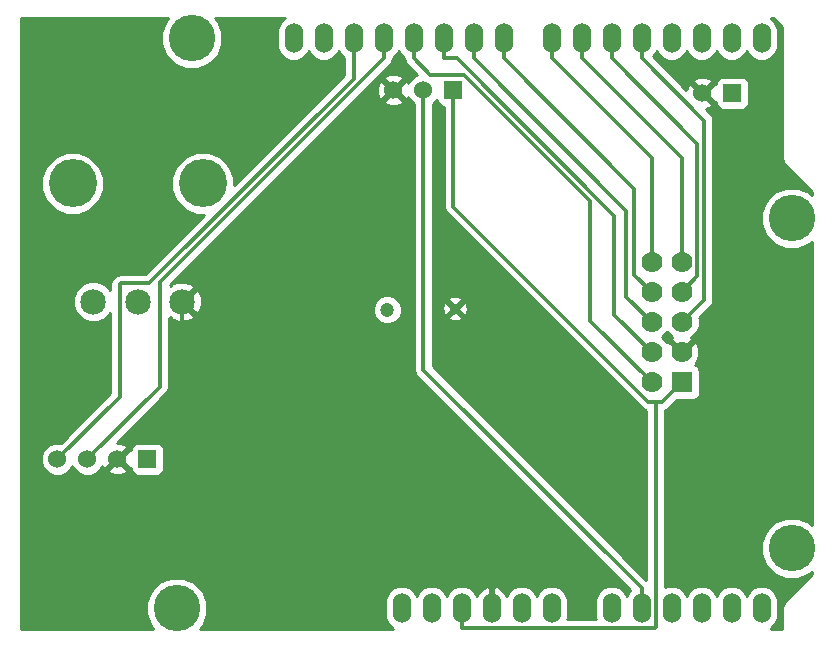
<source format=gbl>
G04 (created by PCBNEW-RS274X (2011-07-19)-testing) date Tue 10 Jan 2012 03:03:46 PM PST*
G01*
G70*
G90*
%MOIN*%
G04 Gerber Fmt 3.4, Leading zero omitted, Abs format*
%FSLAX34Y34*%
G04 APERTURE LIST*
%ADD10C,0.006000*%
%ADD11C,0.047200*%
%ADD12C,0.035400*%
%ADD13C,0.085000*%
%ADD14C,0.160000*%
%ADD15R,0.060000X0.060000*%
%ADD16C,0.060000*%
%ADD17R,0.070000X0.070000*%
%ADD18C,0.070000*%
%ADD19O,0.060000X0.100000*%
%ADD20C,0.155000*%
%ADD21C,0.012000*%
%ADD22C,0.010000*%
G04 APERTURE END LIST*
G54D10*
G54D11*
X35093Y-35475D03*
G54D12*
X37357Y-35436D03*
G54D13*
X25295Y-35200D03*
X26775Y-35200D03*
X28255Y-35200D03*
G54D14*
X24605Y-31260D03*
X28945Y-31260D03*
G54D15*
X37300Y-28150D03*
G54D16*
X36300Y-28150D03*
X35300Y-28150D03*
G54D15*
X46600Y-28250D03*
G54D16*
X45600Y-28250D03*
G54D17*
X44910Y-37880D03*
G54D18*
X43910Y-37880D03*
X44910Y-36880D03*
X43910Y-36880D03*
X44910Y-35880D03*
X43910Y-35880D03*
X44910Y-34880D03*
X43910Y-34880D03*
X44910Y-33880D03*
X43910Y-33880D03*
G54D19*
X47575Y-45425D03*
X46575Y-45425D03*
X45575Y-45425D03*
X42575Y-45425D03*
X43575Y-45425D03*
X44575Y-45425D03*
X40575Y-45425D03*
X39575Y-45425D03*
X38575Y-45425D03*
X36575Y-45425D03*
X35575Y-45425D03*
X47575Y-26425D03*
X46575Y-26425D03*
X45575Y-26425D03*
X44575Y-26425D03*
X43575Y-26425D03*
X42575Y-26425D03*
X41575Y-26425D03*
X40575Y-26425D03*
X38975Y-26425D03*
X37975Y-26425D03*
X36975Y-26425D03*
X35975Y-26425D03*
X34975Y-26425D03*
X33975Y-26425D03*
X32975Y-26425D03*
X31975Y-26425D03*
X37575Y-45425D03*
G54D20*
X48575Y-43425D03*
X48575Y-32425D03*
X28575Y-26425D03*
X28075Y-45425D03*
G54D15*
X27100Y-40450D03*
G54D16*
X26100Y-40450D03*
X25100Y-40450D03*
X24100Y-40450D03*
G54D21*
X37575Y-45425D02*
X37575Y-46088D01*
X44041Y-46057D02*
X44041Y-38538D01*
X44010Y-46088D02*
X44041Y-46057D01*
X37575Y-46088D02*
X44010Y-46088D01*
X44252Y-38538D02*
X44041Y-38538D01*
X44910Y-37880D02*
X44252Y-38538D01*
X37300Y-32038D02*
X37300Y-28150D01*
X43800Y-38538D02*
X37300Y-32038D01*
X44041Y-38538D02*
X43800Y-38538D01*
X43061Y-35031D02*
X43910Y-35880D01*
X43061Y-32174D02*
X43061Y-35031D01*
X37975Y-27088D02*
X43061Y-32174D01*
X37975Y-26425D02*
X37975Y-27088D01*
X38975Y-26425D02*
X38975Y-27088D01*
X43331Y-34301D02*
X43910Y-34880D01*
X43331Y-31444D02*
X43331Y-34301D01*
X38975Y-27088D02*
X43331Y-31444D01*
X36975Y-26425D02*
X36975Y-27088D01*
X37416Y-27088D02*
X36975Y-27088D01*
X42661Y-32333D02*
X37416Y-27088D01*
X42661Y-35632D02*
X42661Y-32333D01*
X42662Y-35632D02*
X42661Y-35632D01*
X43910Y-36880D02*
X42662Y-35632D01*
X36300Y-37487D02*
X36300Y-28150D01*
X43575Y-44762D02*
X36300Y-37487D01*
X43575Y-45425D02*
X43575Y-44762D01*
X41865Y-35835D02*
X43910Y-37880D01*
X41865Y-31854D02*
X41865Y-35835D01*
X37650Y-27639D02*
X41865Y-31854D01*
X36526Y-27639D02*
X37650Y-27639D01*
X35975Y-27088D02*
X36526Y-27639D01*
X35975Y-26425D02*
X35975Y-27088D01*
X45654Y-35136D02*
X44910Y-35880D01*
X45654Y-29167D02*
X45654Y-35136D01*
X43575Y-27088D02*
X45654Y-29167D01*
X43575Y-26425D02*
X43575Y-27088D01*
X42575Y-26425D02*
X42575Y-27088D01*
X45430Y-34360D02*
X44910Y-34880D01*
X45430Y-29943D02*
X45430Y-34360D01*
X42575Y-27088D02*
X45430Y-29943D01*
X41575Y-26425D02*
X41575Y-27088D01*
X44910Y-30423D02*
X44910Y-33880D01*
X41575Y-27088D02*
X44910Y-30423D01*
X40575Y-26425D02*
X40575Y-27088D01*
X43910Y-30423D02*
X43910Y-33880D01*
X40575Y-27088D02*
X43910Y-30423D01*
X27515Y-38035D02*
X25100Y-40450D01*
X27515Y-34548D02*
X27515Y-38035D01*
X34975Y-27088D02*
X27515Y-34548D01*
X34975Y-26425D02*
X34975Y-27088D01*
X26171Y-38379D02*
X24100Y-40450D01*
X26171Y-34618D02*
X26171Y-38379D01*
X26205Y-34584D02*
X26171Y-34618D01*
X27162Y-34584D02*
X26205Y-34584D01*
X33975Y-27771D02*
X27162Y-34584D01*
X33975Y-26425D02*
X33975Y-27771D01*
X46220Y-35570D02*
X44910Y-36880D01*
X46220Y-28870D02*
X46220Y-35570D01*
X45600Y-28250D02*
X46220Y-28870D01*
X28255Y-38295D02*
X28255Y-35200D01*
X26100Y-40450D02*
X28255Y-38295D01*
G54D10*
G36*
X43198Y-44823D02*
X43118Y-44905D01*
X43075Y-45007D01*
X43033Y-44905D01*
X42881Y-44754D01*
X42683Y-44671D01*
X42468Y-44671D01*
X42269Y-44753D01*
X42118Y-44905D01*
X42035Y-45103D01*
X42035Y-45318D01*
X42035Y-45746D01*
X42048Y-45778D01*
X41102Y-45778D01*
X41115Y-45747D01*
X41115Y-45532D01*
X41115Y-45104D01*
X41033Y-44905D01*
X40881Y-44754D01*
X40683Y-44671D01*
X40468Y-44671D01*
X40269Y-44753D01*
X40118Y-44905D01*
X40075Y-45007D01*
X40033Y-44905D01*
X39881Y-44754D01*
X39683Y-44671D01*
X39468Y-44671D01*
X39269Y-44753D01*
X39118Y-44905D01*
X39075Y-45006D01*
X39064Y-44968D01*
X38928Y-44800D01*
X38738Y-44697D01*
X38710Y-44693D01*
X38625Y-44740D01*
X38625Y-45325D01*
X38625Y-45375D01*
X38625Y-45475D01*
X38525Y-45475D01*
X38525Y-45375D01*
X38525Y-45325D01*
X38525Y-44740D01*
X38440Y-44693D01*
X38412Y-44697D01*
X38222Y-44800D01*
X38086Y-44968D01*
X38074Y-45006D01*
X38033Y-44905D01*
X37881Y-44754D01*
X37683Y-44671D01*
X37468Y-44671D01*
X37269Y-44753D01*
X37118Y-44905D01*
X37075Y-45007D01*
X37033Y-44905D01*
X36881Y-44754D01*
X36683Y-44671D01*
X36468Y-44671D01*
X36269Y-44753D01*
X36118Y-44905D01*
X36075Y-45007D01*
X36033Y-44905D01*
X35881Y-44754D01*
X35683Y-44671D01*
X35608Y-44671D01*
X35608Y-28528D01*
X35300Y-28221D01*
X35229Y-28291D01*
X35229Y-28150D01*
X34922Y-27842D01*
X34828Y-27869D01*
X34757Y-28071D01*
X34768Y-28284D01*
X34828Y-28431D01*
X34922Y-28458D01*
X35229Y-28150D01*
X35229Y-28291D01*
X34992Y-28528D01*
X35019Y-28622D01*
X35221Y-28693D01*
X35434Y-28682D01*
X35581Y-28622D01*
X35608Y-28528D01*
X35608Y-44671D01*
X35579Y-44671D01*
X35579Y-35572D01*
X35579Y-35379D01*
X35505Y-35200D01*
X35369Y-35063D01*
X35190Y-34989D01*
X34997Y-34989D01*
X34818Y-35063D01*
X34681Y-35199D01*
X34607Y-35378D01*
X34607Y-35571D01*
X34681Y-35750D01*
X34817Y-35887D01*
X34996Y-35961D01*
X35189Y-35961D01*
X35368Y-35887D01*
X35505Y-35751D01*
X35579Y-35572D01*
X35579Y-44671D01*
X35468Y-44671D01*
X35269Y-44753D01*
X35118Y-44905D01*
X35035Y-45103D01*
X35035Y-45318D01*
X35035Y-45746D01*
X35117Y-45945D01*
X35269Y-46096D01*
X35278Y-46100D01*
X28849Y-46100D01*
X28943Y-46006D01*
X29100Y-45630D01*
X29100Y-45222D01*
X28944Y-44845D01*
X28922Y-44823D01*
X28922Y-35308D01*
X28913Y-35044D01*
X28829Y-34845D01*
X28722Y-34804D01*
X28651Y-34875D01*
X28326Y-35200D01*
X28722Y-35596D01*
X28829Y-35555D01*
X28922Y-35308D01*
X28922Y-44823D01*
X28656Y-44557D01*
X28651Y-44554D01*
X28280Y-44400D01*
X27872Y-44400D01*
X27649Y-44492D01*
X27649Y-40800D01*
X27649Y-40701D01*
X27649Y-40101D01*
X27611Y-40009D01*
X27541Y-39939D01*
X27450Y-39901D01*
X27351Y-39901D01*
X26751Y-39901D01*
X26659Y-39939D01*
X26589Y-40009D01*
X26551Y-40100D01*
X26551Y-40162D01*
X26478Y-40142D01*
X26171Y-40450D01*
X26478Y-40758D01*
X26551Y-40737D01*
X26551Y-40799D01*
X26589Y-40891D01*
X26659Y-40961D01*
X26750Y-40999D01*
X26849Y-40999D01*
X27449Y-40999D01*
X27541Y-40961D01*
X27611Y-40891D01*
X27649Y-40800D01*
X27649Y-44492D01*
X27495Y-44556D01*
X27207Y-44844D01*
X27050Y-45220D01*
X27050Y-45628D01*
X27206Y-46005D01*
X27301Y-46100D01*
X26408Y-46100D01*
X26408Y-40828D01*
X26100Y-40521D01*
X25792Y-40828D01*
X25819Y-40922D01*
X26021Y-40993D01*
X26234Y-40982D01*
X26381Y-40922D01*
X26408Y-40828D01*
X26408Y-46100D01*
X22900Y-46100D01*
X22900Y-25750D01*
X27801Y-25750D01*
X27707Y-25844D01*
X27550Y-26220D01*
X27550Y-26628D01*
X27706Y-27005D01*
X27994Y-27293D01*
X28370Y-27450D01*
X28778Y-27450D01*
X29155Y-27294D01*
X29443Y-27006D01*
X29600Y-26630D01*
X29600Y-26222D01*
X29444Y-25845D01*
X29349Y-25750D01*
X31676Y-25750D01*
X31669Y-25753D01*
X31518Y-25905D01*
X31435Y-26103D01*
X31435Y-26318D01*
X31435Y-26746D01*
X31517Y-26945D01*
X31669Y-27096D01*
X31867Y-27179D01*
X32082Y-27179D01*
X32281Y-27097D01*
X32432Y-26945D01*
X32474Y-26842D01*
X32517Y-26945D01*
X32669Y-27096D01*
X32867Y-27179D01*
X33082Y-27179D01*
X33281Y-27097D01*
X33432Y-26945D01*
X33474Y-26842D01*
X33517Y-26945D01*
X33665Y-27092D01*
X33665Y-27643D01*
X29995Y-31313D01*
X29995Y-31052D01*
X29835Y-30666D01*
X29540Y-30370D01*
X29155Y-30210D01*
X28737Y-30210D01*
X28351Y-30370D01*
X28055Y-30665D01*
X27895Y-31050D01*
X27895Y-31468D01*
X28055Y-31854D01*
X28350Y-32150D01*
X28735Y-32310D01*
X28998Y-32310D01*
X27034Y-34274D01*
X26205Y-34274D01*
X26086Y-34298D01*
X25986Y-34365D01*
X25952Y-34399D01*
X25885Y-34499D01*
X25861Y-34618D01*
X25861Y-34811D01*
X25678Y-34628D01*
X25655Y-34618D01*
X25655Y-31470D01*
X25655Y-31052D01*
X25495Y-30666D01*
X25200Y-30370D01*
X24815Y-30210D01*
X24397Y-30210D01*
X24011Y-30370D01*
X23715Y-30665D01*
X23555Y-31050D01*
X23555Y-31468D01*
X23715Y-31854D01*
X24010Y-32150D01*
X24395Y-32310D01*
X24813Y-32310D01*
X25199Y-32150D01*
X25495Y-31855D01*
X25655Y-31470D01*
X25655Y-34618D01*
X25430Y-34525D01*
X25161Y-34525D01*
X24913Y-34628D01*
X24723Y-34817D01*
X24620Y-35065D01*
X24620Y-35334D01*
X24723Y-35582D01*
X24912Y-35772D01*
X25160Y-35875D01*
X25429Y-35875D01*
X25677Y-35772D01*
X25861Y-35588D01*
X25861Y-38250D01*
X24210Y-39901D01*
X24209Y-39901D01*
X23991Y-39901D01*
X23789Y-39985D01*
X23635Y-40139D01*
X23551Y-40341D01*
X23551Y-40559D01*
X23635Y-40761D01*
X23789Y-40915D01*
X23991Y-40999D01*
X24209Y-40999D01*
X24411Y-40915D01*
X24565Y-40761D01*
X24600Y-40676D01*
X24635Y-40761D01*
X24789Y-40915D01*
X24991Y-40999D01*
X25209Y-40999D01*
X25411Y-40915D01*
X25565Y-40761D01*
X25602Y-40669D01*
X25628Y-40731D01*
X25722Y-40758D01*
X25994Y-40485D01*
X26029Y-40450D01*
X26100Y-40379D01*
X26135Y-40344D01*
X26408Y-40072D01*
X26381Y-39978D01*
X26179Y-39907D01*
X26075Y-39912D01*
X27734Y-38254D01*
X27801Y-38154D01*
X27801Y-38153D01*
X27824Y-38035D01*
X27825Y-38035D01*
X27825Y-35741D01*
X27840Y-35756D01*
X27878Y-35717D01*
X27900Y-35774D01*
X28147Y-35867D01*
X28411Y-35858D01*
X28610Y-35774D01*
X28651Y-35667D01*
X28290Y-35306D01*
X28255Y-35271D01*
X28184Y-35200D01*
X28255Y-35129D01*
X28290Y-35094D01*
X28651Y-34733D01*
X28610Y-34626D01*
X28363Y-34533D01*
X28099Y-34542D01*
X27900Y-34626D01*
X27878Y-34682D01*
X27848Y-34652D01*
X35194Y-27307D01*
X35261Y-27207D01*
X35261Y-27206D01*
X35283Y-27094D01*
X35432Y-26945D01*
X35474Y-26842D01*
X35517Y-26945D01*
X35666Y-27093D01*
X35689Y-27207D01*
X35756Y-27307D01*
X36091Y-27642D01*
X35989Y-27685D01*
X35835Y-27839D01*
X35797Y-27930D01*
X35772Y-27869D01*
X35678Y-27842D01*
X35608Y-27912D01*
X35608Y-27772D01*
X35581Y-27678D01*
X35379Y-27607D01*
X35166Y-27618D01*
X35019Y-27678D01*
X34992Y-27772D01*
X35300Y-28079D01*
X35608Y-27772D01*
X35608Y-27912D01*
X35371Y-28150D01*
X35678Y-28458D01*
X35772Y-28431D01*
X35795Y-28365D01*
X35835Y-28461D01*
X35989Y-28615D01*
X35990Y-28615D01*
X35990Y-37487D01*
X36014Y-37606D01*
X36081Y-37706D01*
X43198Y-44823D01*
X43198Y-44823D01*
G37*
G54D22*
X43198Y-44823D02*
X43118Y-44905D01*
X43075Y-45007D01*
X43033Y-44905D01*
X42881Y-44754D01*
X42683Y-44671D01*
X42468Y-44671D01*
X42269Y-44753D01*
X42118Y-44905D01*
X42035Y-45103D01*
X42035Y-45318D01*
X42035Y-45746D01*
X42048Y-45778D01*
X41102Y-45778D01*
X41115Y-45747D01*
X41115Y-45532D01*
X41115Y-45104D01*
X41033Y-44905D01*
X40881Y-44754D01*
X40683Y-44671D01*
X40468Y-44671D01*
X40269Y-44753D01*
X40118Y-44905D01*
X40075Y-45007D01*
X40033Y-44905D01*
X39881Y-44754D01*
X39683Y-44671D01*
X39468Y-44671D01*
X39269Y-44753D01*
X39118Y-44905D01*
X39075Y-45006D01*
X39064Y-44968D01*
X38928Y-44800D01*
X38738Y-44697D01*
X38710Y-44693D01*
X38625Y-44740D01*
X38625Y-45325D01*
X38625Y-45375D01*
X38625Y-45475D01*
X38525Y-45475D01*
X38525Y-45375D01*
X38525Y-45325D01*
X38525Y-44740D01*
X38440Y-44693D01*
X38412Y-44697D01*
X38222Y-44800D01*
X38086Y-44968D01*
X38074Y-45006D01*
X38033Y-44905D01*
X37881Y-44754D01*
X37683Y-44671D01*
X37468Y-44671D01*
X37269Y-44753D01*
X37118Y-44905D01*
X37075Y-45007D01*
X37033Y-44905D01*
X36881Y-44754D01*
X36683Y-44671D01*
X36468Y-44671D01*
X36269Y-44753D01*
X36118Y-44905D01*
X36075Y-45007D01*
X36033Y-44905D01*
X35881Y-44754D01*
X35683Y-44671D01*
X35608Y-44671D01*
X35608Y-28528D01*
X35300Y-28221D01*
X35229Y-28291D01*
X35229Y-28150D01*
X34922Y-27842D01*
X34828Y-27869D01*
X34757Y-28071D01*
X34768Y-28284D01*
X34828Y-28431D01*
X34922Y-28458D01*
X35229Y-28150D01*
X35229Y-28291D01*
X34992Y-28528D01*
X35019Y-28622D01*
X35221Y-28693D01*
X35434Y-28682D01*
X35581Y-28622D01*
X35608Y-28528D01*
X35608Y-44671D01*
X35579Y-44671D01*
X35579Y-35572D01*
X35579Y-35379D01*
X35505Y-35200D01*
X35369Y-35063D01*
X35190Y-34989D01*
X34997Y-34989D01*
X34818Y-35063D01*
X34681Y-35199D01*
X34607Y-35378D01*
X34607Y-35571D01*
X34681Y-35750D01*
X34817Y-35887D01*
X34996Y-35961D01*
X35189Y-35961D01*
X35368Y-35887D01*
X35505Y-35751D01*
X35579Y-35572D01*
X35579Y-44671D01*
X35468Y-44671D01*
X35269Y-44753D01*
X35118Y-44905D01*
X35035Y-45103D01*
X35035Y-45318D01*
X35035Y-45746D01*
X35117Y-45945D01*
X35269Y-46096D01*
X35278Y-46100D01*
X28849Y-46100D01*
X28943Y-46006D01*
X29100Y-45630D01*
X29100Y-45222D01*
X28944Y-44845D01*
X28922Y-44823D01*
X28922Y-35308D01*
X28913Y-35044D01*
X28829Y-34845D01*
X28722Y-34804D01*
X28651Y-34875D01*
X28326Y-35200D01*
X28722Y-35596D01*
X28829Y-35555D01*
X28922Y-35308D01*
X28922Y-44823D01*
X28656Y-44557D01*
X28651Y-44554D01*
X28280Y-44400D01*
X27872Y-44400D01*
X27649Y-44492D01*
X27649Y-40800D01*
X27649Y-40701D01*
X27649Y-40101D01*
X27611Y-40009D01*
X27541Y-39939D01*
X27450Y-39901D01*
X27351Y-39901D01*
X26751Y-39901D01*
X26659Y-39939D01*
X26589Y-40009D01*
X26551Y-40100D01*
X26551Y-40162D01*
X26478Y-40142D01*
X26171Y-40450D01*
X26478Y-40758D01*
X26551Y-40737D01*
X26551Y-40799D01*
X26589Y-40891D01*
X26659Y-40961D01*
X26750Y-40999D01*
X26849Y-40999D01*
X27449Y-40999D01*
X27541Y-40961D01*
X27611Y-40891D01*
X27649Y-40800D01*
X27649Y-44492D01*
X27495Y-44556D01*
X27207Y-44844D01*
X27050Y-45220D01*
X27050Y-45628D01*
X27206Y-46005D01*
X27301Y-46100D01*
X26408Y-46100D01*
X26408Y-40828D01*
X26100Y-40521D01*
X25792Y-40828D01*
X25819Y-40922D01*
X26021Y-40993D01*
X26234Y-40982D01*
X26381Y-40922D01*
X26408Y-40828D01*
X26408Y-46100D01*
X22900Y-46100D01*
X22900Y-25750D01*
X27801Y-25750D01*
X27707Y-25844D01*
X27550Y-26220D01*
X27550Y-26628D01*
X27706Y-27005D01*
X27994Y-27293D01*
X28370Y-27450D01*
X28778Y-27450D01*
X29155Y-27294D01*
X29443Y-27006D01*
X29600Y-26630D01*
X29600Y-26222D01*
X29444Y-25845D01*
X29349Y-25750D01*
X31676Y-25750D01*
X31669Y-25753D01*
X31518Y-25905D01*
X31435Y-26103D01*
X31435Y-26318D01*
X31435Y-26746D01*
X31517Y-26945D01*
X31669Y-27096D01*
X31867Y-27179D01*
X32082Y-27179D01*
X32281Y-27097D01*
X32432Y-26945D01*
X32474Y-26842D01*
X32517Y-26945D01*
X32669Y-27096D01*
X32867Y-27179D01*
X33082Y-27179D01*
X33281Y-27097D01*
X33432Y-26945D01*
X33474Y-26842D01*
X33517Y-26945D01*
X33665Y-27092D01*
X33665Y-27643D01*
X29995Y-31313D01*
X29995Y-31052D01*
X29835Y-30666D01*
X29540Y-30370D01*
X29155Y-30210D01*
X28737Y-30210D01*
X28351Y-30370D01*
X28055Y-30665D01*
X27895Y-31050D01*
X27895Y-31468D01*
X28055Y-31854D01*
X28350Y-32150D01*
X28735Y-32310D01*
X28998Y-32310D01*
X27034Y-34274D01*
X26205Y-34274D01*
X26086Y-34298D01*
X25986Y-34365D01*
X25952Y-34399D01*
X25885Y-34499D01*
X25861Y-34618D01*
X25861Y-34811D01*
X25678Y-34628D01*
X25655Y-34618D01*
X25655Y-31470D01*
X25655Y-31052D01*
X25495Y-30666D01*
X25200Y-30370D01*
X24815Y-30210D01*
X24397Y-30210D01*
X24011Y-30370D01*
X23715Y-30665D01*
X23555Y-31050D01*
X23555Y-31468D01*
X23715Y-31854D01*
X24010Y-32150D01*
X24395Y-32310D01*
X24813Y-32310D01*
X25199Y-32150D01*
X25495Y-31855D01*
X25655Y-31470D01*
X25655Y-34618D01*
X25430Y-34525D01*
X25161Y-34525D01*
X24913Y-34628D01*
X24723Y-34817D01*
X24620Y-35065D01*
X24620Y-35334D01*
X24723Y-35582D01*
X24912Y-35772D01*
X25160Y-35875D01*
X25429Y-35875D01*
X25677Y-35772D01*
X25861Y-35588D01*
X25861Y-38250D01*
X24210Y-39901D01*
X24209Y-39901D01*
X23991Y-39901D01*
X23789Y-39985D01*
X23635Y-40139D01*
X23551Y-40341D01*
X23551Y-40559D01*
X23635Y-40761D01*
X23789Y-40915D01*
X23991Y-40999D01*
X24209Y-40999D01*
X24411Y-40915D01*
X24565Y-40761D01*
X24600Y-40676D01*
X24635Y-40761D01*
X24789Y-40915D01*
X24991Y-40999D01*
X25209Y-40999D01*
X25411Y-40915D01*
X25565Y-40761D01*
X25602Y-40669D01*
X25628Y-40731D01*
X25722Y-40758D01*
X25994Y-40485D01*
X26029Y-40450D01*
X26100Y-40379D01*
X26135Y-40344D01*
X26408Y-40072D01*
X26381Y-39978D01*
X26179Y-39907D01*
X26075Y-39912D01*
X27734Y-38254D01*
X27801Y-38154D01*
X27801Y-38153D01*
X27824Y-38035D01*
X27825Y-38035D01*
X27825Y-35741D01*
X27840Y-35756D01*
X27878Y-35717D01*
X27900Y-35774D01*
X28147Y-35867D01*
X28411Y-35858D01*
X28610Y-35774D01*
X28651Y-35667D01*
X28290Y-35306D01*
X28255Y-35271D01*
X28184Y-35200D01*
X28255Y-35129D01*
X28290Y-35094D01*
X28651Y-34733D01*
X28610Y-34626D01*
X28363Y-34533D01*
X28099Y-34542D01*
X27900Y-34626D01*
X27878Y-34682D01*
X27848Y-34652D01*
X35194Y-27307D01*
X35261Y-27207D01*
X35261Y-27206D01*
X35283Y-27094D01*
X35432Y-26945D01*
X35474Y-26842D01*
X35517Y-26945D01*
X35666Y-27093D01*
X35689Y-27207D01*
X35756Y-27307D01*
X36091Y-27642D01*
X35989Y-27685D01*
X35835Y-27839D01*
X35797Y-27930D01*
X35772Y-27869D01*
X35678Y-27842D01*
X35608Y-27912D01*
X35608Y-27772D01*
X35581Y-27678D01*
X35379Y-27607D01*
X35166Y-27618D01*
X35019Y-27678D01*
X34992Y-27772D01*
X35300Y-28079D01*
X35608Y-27772D01*
X35608Y-27912D01*
X35371Y-28150D01*
X35678Y-28458D01*
X35772Y-28431D01*
X35795Y-28365D01*
X35835Y-28461D01*
X35989Y-28615D01*
X35990Y-28615D01*
X35990Y-37487D01*
X36014Y-37606D01*
X36081Y-37706D01*
X43198Y-44823D01*
G54D10*
G36*
X43731Y-44480D02*
X37781Y-38530D01*
X37781Y-35486D01*
X37767Y-35320D01*
X37730Y-35227D01*
X37648Y-35216D01*
X37577Y-35287D01*
X37577Y-35145D01*
X37566Y-35063D01*
X37407Y-35012D01*
X37241Y-35026D01*
X37148Y-35063D01*
X37137Y-35145D01*
X37357Y-35365D01*
X37577Y-35145D01*
X37577Y-35287D01*
X37428Y-35436D01*
X37648Y-35656D01*
X37730Y-35645D01*
X37781Y-35486D01*
X37781Y-38530D01*
X37577Y-38326D01*
X37577Y-35727D01*
X37357Y-35507D01*
X37286Y-35578D01*
X37286Y-35436D01*
X37066Y-35216D01*
X36984Y-35227D01*
X36933Y-35386D01*
X36947Y-35552D01*
X36984Y-35645D01*
X37066Y-35656D01*
X37286Y-35436D01*
X37286Y-35578D01*
X37137Y-35727D01*
X37148Y-35809D01*
X37307Y-35860D01*
X37473Y-35846D01*
X37566Y-35809D01*
X37577Y-35727D01*
X37577Y-38326D01*
X36610Y-37359D01*
X36610Y-28615D01*
X36611Y-28615D01*
X36751Y-28475D01*
X36751Y-28499D01*
X36789Y-28591D01*
X36859Y-28661D01*
X36950Y-28699D01*
X36990Y-28699D01*
X36990Y-32038D01*
X37014Y-32157D01*
X37081Y-32257D01*
X43581Y-38757D01*
X43681Y-38824D01*
X43682Y-38824D01*
X43731Y-38834D01*
X43731Y-44480D01*
X43731Y-44480D01*
G37*
G54D22*
X43731Y-44480D02*
X37781Y-38530D01*
X37781Y-35486D01*
X37767Y-35320D01*
X37730Y-35227D01*
X37648Y-35216D01*
X37577Y-35287D01*
X37577Y-35145D01*
X37566Y-35063D01*
X37407Y-35012D01*
X37241Y-35026D01*
X37148Y-35063D01*
X37137Y-35145D01*
X37357Y-35365D01*
X37577Y-35145D01*
X37577Y-35287D01*
X37428Y-35436D01*
X37648Y-35656D01*
X37730Y-35645D01*
X37781Y-35486D01*
X37781Y-38530D01*
X37577Y-38326D01*
X37577Y-35727D01*
X37357Y-35507D01*
X37286Y-35578D01*
X37286Y-35436D01*
X37066Y-35216D01*
X36984Y-35227D01*
X36933Y-35386D01*
X36947Y-35552D01*
X36984Y-35645D01*
X37066Y-35656D01*
X37286Y-35436D01*
X37286Y-35578D01*
X37137Y-35727D01*
X37148Y-35809D01*
X37307Y-35860D01*
X37473Y-35846D01*
X37566Y-35809D01*
X37577Y-35727D01*
X37577Y-38326D01*
X36610Y-37359D01*
X36610Y-28615D01*
X36611Y-28615D01*
X36751Y-28475D01*
X36751Y-28499D01*
X36789Y-28591D01*
X36859Y-28661D01*
X36950Y-28699D01*
X36990Y-28699D01*
X36990Y-32038D01*
X37014Y-32157D01*
X37081Y-32257D01*
X43581Y-38757D01*
X43681Y-38824D01*
X43682Y-38824D01*
X43731Y-38834D01*
X43731Y-44480D01*
G54D10*
G36*
X49250Y-44290D02*
X48345Y-45195D01*
X48275Y-45301D01*
X48250Y-45425D01*
X48250Y-46100D01*
X47873Y-46100D01*
X47881Y-46097D01*
X48032Y-45945D01*
X48115Y-45747D01*
X48115Y-45532D01*
X48115Y-45104D01*
X48033Y-44905D01*
X47881Y-44754D01*
X47683Y-44671D01*
X47468Y-44671D01*
X47269Y-44753D01*
X47149Y-44873D01*
X47149Y-28600D01*
X47149Y-28501D01*
X47149Y-27901D01*
X47111Y-27809D01*
X47041Y-27739D01*
X46950Y-27701D01*
X46851Y-27701D01*
X46251Y-27701D01*
X46159Y-27739D01*
X46089Y-27809D01*
X46051Y-27900D01*
X46051Y-27962D01*
X45978Y-27942D01*
X45908Y-28012D01*
X45908Y-27872D01*
X45881Y-27778D01*
X45679Y-27707D01*
X45466Y-27718D01*
X45319Y-27778D01*
X45292Y-27872D01*
X45600Y-28179D01*
X45908Y-27872D01*
X45908Y-28012D01*
X45671Y-28250D01*
X45978Y-28558D01*
X46051Y-28537D01*
X46051Y-28599D01*
X46089Y-28691D01*
X46159Y-28761D01*
X46250Y-28799D01*
X46349Y-28799D01*
X46949Y-28799D01*
X47041Y-28761D01*
X47111Y-28691D01*
X47149Y-28600D01*
X47149Y-44873D01*
X47118Y-44905D01*
X47075Y-45007D01*
X47033Y-44905D01*
X46881Y-44754D01*
X46683Y-44671D01*
X46468Y-44671D01*
X46269Y-44753D01*
X46118Y-44905D01*
X46075Y-45007D01*
X46033Y-44905D01*
X45881Y-44754D01*
X45683Y-44671D01*
X45468Y-44671D01*
X45269Y-44753D01*
X45118Y-44905D01*
X45075Y-45007D01*
X45033Y-44905D01*
X44881Y-44754D01*
X44683Y-44671D01*
X44468Y-44671D01*
X44351Y-44719D01*
X44351Y-38828D01*
X44351Y-38827D01*
X44370Y-38824D01*
X44371Y-38824D01*
X44471Y-38757D01*
X44749Y-38479D01*
X45309Y-38479D01*
X45401Y-38441D01*
X45471Y-38371D01*
X45509Y-38280D01*
X45509Y-38181D01*
X45509Y-37481D01*
X45503Y-37466D01*
X45471Y-37389D01*
X45401Y-37319D01*
X45353Y-37299D01*
X45412Y-37241D01*
X45376Y-37205D01*
X45423Y-37190D01*
X45503Y-36971D01*
X45492Y-36736D01*
X45423Y-36570D01*
X45324Y-36537D01*
X45016Y-36845D01*
X44981Y-36880D01*
X44910Y-36951D01*
X44839Y-36880D01*
X44804Y-36845D01*
X44496Y-36537D01*
X44425Y-36560D01*
X44418Y-36541D01*
X44257Y-36380D01*
X44410Y-36227D01*
X44571Y-36388D01*
X44590Y-36395D01*
X44567Y-36466D01*
X44910Y-36809D01*
X45253Y-36466D01*
X45229Y-36395D01*
X45249Y-36388D01*
X45418Y-36219D01*
X45509Y-35999D01*
X45509Y-35761D01*
X45496Y-35731D01*
X45873Y-35355D01*
X45940Y-35255D01*
X45940Y-35254D01*
X45964Y-35136D01*
X45964Y-29167D01*
X45940Y-29049D01*
X45940Y-29048D01*
X45873Y-28948D01*
X45708Y-28783D01*
X45734Y-28782D01*
X45881Y-28722D01*
X45908Y-28628D01*
X45635Y-28356D01*
X45600Y-28321D01*
X45529Y-28250D01*
X45494Y-28215D01*
X45222Y-27942D01*
X45128Y-27969D01*
X45067Y-28142D01*
X43951Y-27026D01*
X44032Y-26945D01*
X44074Y-26842D01*
X44117Y-26945D01*
X44269Y-27096D01*
X44467Y-27179D01*
X44682Y-27179D01*
X44881Y-27097D01*
X45032Y-26945D01*
X45074Y-26842D01*
X45117Y-26945D01*
X45269Y-27096D01*
X45467Y-27179D01*
X45682Y-27179D01*
X45881Y-27097D01*
X46032Y-26945D01*
X46074Y-26842D01*
X46117Y-26945D01*
X46269Y-27096D01*
X46467Y-27179D01*
X46682Y-27179D01*
X46881Y-27097D01*
X47032Y-26945D01*
X47074Y-26842D01*
X47117Y-26945D01*
X47269Y-27096D01*
X47467Y-27179D01*
X47682Y-27179D01*
X47881Y-27097D01*
X48032Y-26945D01*
X48115Y-26747D01*
X48115Y-26532D01*
X48115Y-26104D01*
X48033Y-25905D01*
X47881Y-25754D01*
X47871Y-25750D01*
X47940Y-25750D01*
X48250Y-26060D01*
X48250Y-30425D01*
X48275Y-30549D01*
X48345Y-30655D01*
X49250Y-31560D01*
X49250Y-31651D01*
X49156Y-31557D01*
X48780Y-31400D01*
X48372Y-31400D01*
X47995Y-31556D01*
X47707Y-31844D01*
X47550Y-32220D01*
X47550Y-32628D01*
X47706Y-33005D01*
X47994Y-33293D01*
X48370Y-33450D01*
X48778Y-33450D01*
X49155Y-33294D01*
X49250Y-33199D01*
X49250Y-42651D01*
X49156Y-42557D01*
X48780Y-42400D01*
X48372Y-42400D01*
X47995Y-42556D01*
X47707Y-42844D01*
X47550Y-43220D01*
X47550Y-43628D01*
X47706Y-44005D01*
X47994Y-44293D01*
X48370Y-44450D01*
X48778Y-44450D01*
X49155Y-44294D01*
X49250Y-44199D01*
X49250Y-44290D01*
X49250Y-44290D01*
G37*
G54D22*
X49250Y-44290D02*
X48345Y-45195D01*
X48275Y-45301D01*
X48250Y-45425D01*
X48250Y-46100D01*
X47873Y-46100D01*
X47881Y-46097D01*
X48032Y-45945D01*
X48115Y-45747D01*
X48115Y-45532D01*
X48115Y-45104D01*
X48033Y-44905D01*
X47881Y-44754D01*
X47683Y-44671D01*
X47468Y-44671D01*
X47269Y-44753D01*
X47149Y-44873D01*
X47149Y-28600D01*
X47149Y-28501D01*
X47149Y-27901D01*
X47111Y-27809D01*
X47041Y-27739D01*
X46950Y-27701D01*
X46851Y-27701D01*
X46251Y-27701D01*
X46159Y-27739D01*
X46089Y-27809D01*
X46051Y-27900D01*
X46051Y-27962D01*
X45978Y-27942D01*
X45908Y-28012D01*
X45908Y-27872D01*
X45881Y-27778D01*
X45679Y-27707D01*
X45466Y-27718D01*
X45319Y-27778D01*
X45292Y-27872D01*
X45600Y-28179D01*
X45908Y-27872D01*
X45908Y-28012D01*
X45671Y-28250D01*
X45978Y-28558D01*
X46051Y-28537D01*
X46051Y-28599D01*
X46089Y-28691D01*
X46159Y-28761D01*
X46250Y-28799D01*
X46349Y-28799D01*
X46949Y-28799D01*
X47041Y-28761D01*
X47111Y-28691D01*
X47149Y-28600D01*
X47149Y-44873D01*
X47118Y-44905D01*
X47075Y-45007D01*
X47033Y-44905D01*
X46881Y-44754D01*
X46683Y-44671D01*
X46468Y-44671D01*
X46269Y-44753D01*
X46118Y-44905D01*
X46075Y-45007D01*
X46033Y-44905D01*
X45881Y-44754D01*
X45683Y-44671D01*
X45468Y-44671D01*
X45269Y-44753D01*
X45118Y-44905D01*
X45075Y-45007D01*
X45033Y-44905D01*
X44881Y-44754D01*
X44683Y-44671D01*
X44468Y-44671D01*
X44351Y-44719D01*
X44351Y-38828D01*
X44351Y-38827D01*
X44370Y-38824D01*
X44371Y-38824D01*
X44471Y-38757D01*
X44749Y-38479D01*
X45309Y-38479D01*
X45401Y-38441D01*
X45471Y-38371D01*
X45509Y-38280D01*
X45509Y-38181D01*
X45509Y-37481D01*
X45503Y-37466D01*
X45471Y-37389D01*
X45401Y-37319D01*
X45353Y-37299D01*
X45412Y-37241D01*
X45376Y-37205D01*
X45423Y-37190D01*
X45503Y-36971D01*
X45492Y-36736D01*
X45423Y-36570D01*
X45324Y-36537D01*
X45016Y-36845D01*
X44981Y-36880D01*
X44910Y-36951D01*
X44839Y-36880D01*
X44804Y-36845D01*
X44496Y-36537D01*
X44425Y-36560D01*
X44418Y-36541D01*
X44257Y-36380D01*
X44410Y-36227D01*
X44571Y-36388D01*
X44590Y-36395D01*
X44567Y-36466D01*
X44910Y-36809D01*
X45253Y-36466D01*
X45229Y-36395D01*
X45249Y-36388D01*
X45418Y-36219D01*
X45509Y-35999D01*
X45509Y-35761D01*
X45496Y-35731D01*
X45873Y-35355D01*
X45940Y-35255D01*
X45940Y-35254D01*
X45964Y-35136D01*
X45964Y-29167D01*
X45940Y-29049D01*
X45940Y-29048D01*
X45873Y-28948D01*
X45708Y-28783D01*
X45734Y-28782D01*
X45881Y-28722D01*
X45908Y-28628D01*
X45635Y-28356D01*
X45600Y-28321D01*
X45529Y-28250D01*
X45494Y-28215D01*
X45222Y-27942D01*
X45128Y-27969D01*
X45067Y-28142D01*
X43951Y-27026D01*
X44032Y-26945D01*
X44074Y-26842D01*
X44117Y-26945D01*
X44269Y-27096D01*
X44467Y-27179D01*
X44682Y-27179D01*
X44881Y-27097D01*
X45032Y-26945D01*
X45074Y-26842D01*
X45117Y-26945D01*
X45269Y-27096D01*
X45467Y-27179D01*
X45682Y-27179D01*
X45881Y-27097D01*
X46032Y-26945D01*
X46074Y-26842D01*
X46117Y-26945D01*
X46269Y-27096D01*
X46467Y-27179D01*
X46682Y-27179D01*
X46881Y-27097D01*
X47032Y-26945D01*
X47074Y-26842D01*
X47117Y-26945D01*
X47269Y-27096D01*
X47467Y-27179D01*
X47682Y-27179D01*
X47881Y-27097D01*
X48032Y-26945D01*
X48115Y-26747D01*
X48115Y-26532D01*
X48115Y-26104D01*
X48033Y-25905D01*
X47881Y-25754D01*
X47871Y-25750D01*
X47940Y-25750D01*
X48250Y-26060D01*
X48250Y-30425D01*
X48275Y-30549D01*
X48345Y-30655D01*
X49250Y-31560D01*
X49250Y-31651D01*
X49156Y-31557D01*
X48780Y-31400D01*
X48372Y-31400D01*
X47995Y-31556D01*
X47707Y-31844D01*
X47550Y-32220D01*
X47550Y-32628D01*
X47706Y-33005D01*
X47994Y-33293D01*
X48370Y-33450D01*
X48778Y-33450D01*
X49155Y-33294D01*
X49250Y-33199D01*
X49250Y-42651D01*
X49156Y-42557D01*
X48780Y-42400D01*
X48372Y-42400D01*
X47995Y-42556D01*
X47707Y-42844D01*
X47550Y-43220D01*
X47550Y-43628D01*
X47706Y-44005D01*
X47994Y-44293D01*
X48370Y-44450D01*
X48778Y-44450D01*
X49155Y-44294D01*
X49250Y-44199D01*
X49250Y-44290D01*
M02*

</source>
